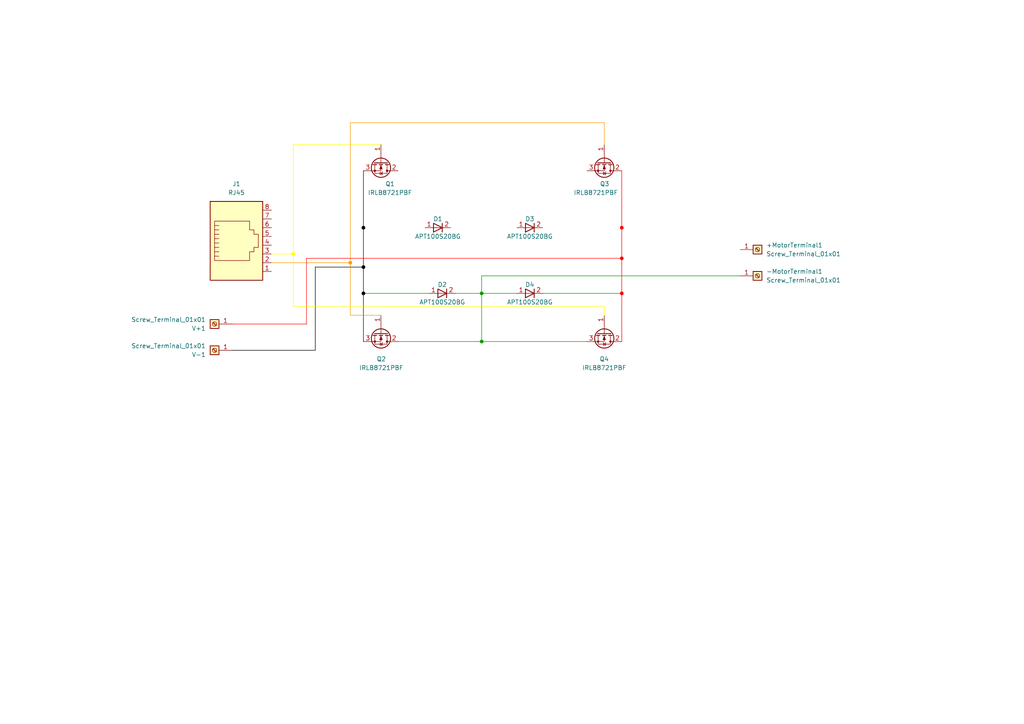
<source format=kicad_sch>
(kicad_sch (version 20211123) (generator eeschema)
  (paper "A4")
  (lib_symbols
    (symbol "Connector:RJ45" (pin_names (offset 1.016))
      (property "Reference" "J" (at -5.08 13.97 0))
      (property "Value" "RJ45" (at 2.54 13.97 0))
      (symbol "RJ45_0_1"
        (polyline (pts (xy -5.08 4.445) (xy -6.35 4.445)))
        (polyline (pts (xy -5.08 5.715) (xy -6.35 5.715)))
        (polyline (pts (xy -6.35 -3.175) (xy -5.08 -3.175) (xy -5.08 -3.175)))
        (polyline (pts (xy -6.35 -1.905) (xy -5.08 -1.905) (xy -5.08 -1.905)))
        (polyline (pts (xy -6.35 -0.635) (xy -5.08 -0.635) (xy -5.08 -0.635)))
        (polyline (pts (xy -6.35 0.635) (xy -5.08 0.635) (xy -5.08 0.635)))
        (polyline (pts (xy -6.35 1.905) (xy -5.08 1.905) (xy -5.08 1.905)))
        (polyline (pts (xy -5.08 3.175) (xy -6.35 3.175) (xy -6.35 3.175)))
        (polyline (pts (xy -6.35 -4.445) (xy -6.35 6.985) (xy 3.81 6.985) (xy 3.81 4.445) (xy 5.08 4.445) (xy 5.08 3.175) (xy 6.35 3.175) (xy 6.35 -0.635) (xy 5.08 -0.635) (xy 5.08 -1.905) (xy 3.81 -1.905) (xy 3.81 -4.445) (xy -6.35 -4.445) (xy -6.35 -4.445)))
        (rectangle (start 7.62 12.7) (end -7.62 -10.16) (stroke (width 0.254)) (fill (type background)))
      )
      (symbol "RJ45_1_1"
        (pin passive line (at 10.16 -7.62 180) (length 2.54) (name "~") (number "1"))
        (pin passive line (at 10.16 -5.08 180) (length 2.54) (name "~") (number "2"))
        (pin passive line (at 10.16 -2.54 180) (length 2.54) (name "~") (number "3"))
        (pin passive line (at 10.16 0 180) (length 2.54) (name "~") (number "4"))
        (pin passive line (at 10.16 2.54 180) (length 2.54) (name "~") (number "5"))
        (pin passive line (at 10.16 5.08 180) (length 2.54) (name "~") (number "6"))
        (pin passive line (at 10.16 7.62 180) (length 2.54) (name "~") (number "7"))
        (pin passive line (at 10.16 10.16 180) (length 2.54) (name "~") (number "8"))
      )
    )
    (symbol "Connector:Screw_Terminal_01x01" (pin_names (offset 1.016) hide)
      (property "Reference" "J" (at 0 2.54 0))
      (property "Value" "Screw_Terminal_01x01" (at 0 -2.54 0))
      (symbol "Screw_Terminal_01x01_1_1"
        (rectangle (start -1.27 1.27) (end 1.27 -1.27) (stroke (width 0.254)) (fill (type background)))
        (polyline (pts (xy -0.5334 0.3302) (xy 0.3302 -0.508)) (stroke (width 0.1524)))
        (polyline (pts (xy -0.3556 0.508) (xy 0.508 -0.3302)) (stroke (width 0.1524)))
        (circle (center 0 0) (radius 0.635) (stroke (width 0.1524)))
        (pin passive line (at -5.08 0 0) (length 3.81) (name "Pin_1") (number "1"))
      )
    )
    (symbol "Schotty-Diode-THT:APT100S20BG"
      (property "Reference" "D?" (at 0 0 0))
      (property "Value" "APT100S20BG" (at 0 -2.54 0))
      (symbol "APT100S20BG_0_1"
        (polyline (pts (xy -1.27 -6.35) (xy 1.27 -6.35)))
        (polyline (pts (xy 1.27 -7.62) (xy 1.27 -5.08)) (stroke (width 0.254)))
        (polyline (pts (xy -1.27 -7.62) (xy -1.27 -5.08) (xy 1.27 -6.35) (xy -1.27 -7.62)) (stroke (width 0.254)))
      )
      (symbol "APT100S20BG_1_1"
        (pin input line (at -3.81 -6.35 0) (length 2.54) (name "") (number "1"))
        (pin output line (at 3.81 -6.35 180) (length 2.54) (name "") (number "2"))
      )
    )
    (symbol "Transistor_FET:IRLB8721PBF" (pin_names hide)
      (property "Reference" "Q" (at 6.35 1.905 0))
      (property "Value" "IRLB8721PBF" (at 6.35 0 0))
      (symbol "IRLB8721PBF_0_1"
        (polyline (pts (xy 0.254 0) (xy -2.54 0)))
        (polyline (pts (xy 0.254 1.905) (xy 0.254 -1.905)) (stroke (width 0.254)))
        (polyline (pts (xy 0.762 -1.27) (xy 0.762 -2.286)) (stroke (width 0.254)))
        (polyline (pts (xy 0.762 0.508) (xy 0.762 -0.508)) (stroke (width 0.254)))
        (polyline (pts (xy 0.762 2.286) (xy 0.762 1.27)) (stroke (width 0.254)))
        (polyline (pts (xy 2.54 2.54) (xy 2.54 1.778)))
        (polyline (pts (xy 2.54 -2.54) (xy 2.54 0) (xy 0.762 0)))
        (polyline (pts (xy 0.762 -1.778) (xy 3.302 -1.778) (xy 3.302 1.778) (xy 0.762 1.778)))
        (polyline (pts (xy 1.016 0) (xy 2.032 0.381) (xy 2.032 -0.381) (xy 1.016 0)) (fill (type outline)))
        (polyline (pts (xy 2.794 0.508) (xy 2.921 0.381) (xy 3.683 0.381) (xy 3.81 0.254)))
        (polyline (pts (xy 3.302 0.381) (xy 2.921 -0.254) (xy 3.683 -0.254) (xy 3.302 0.381)))
        (circle (center 1.651 0) (radius 2.794) (stroke (width 0.254)))
        (circle (center 2.54 -1.778) (radius 0.254) (fill (type outline)))
        (circle (center 2.54 1.778) (radius 0.254) (fill (type outline)))
      )
      (symbol "IRLB8721PBF_1_1"
        (pin input line (at -5.08 0 0) (length 2.54) (name "G") (number "1"))
        (pin passive line (at 2.54 5.08 270) (length 2.54) (name "D") (number "2"))
        (pin passive line (at 2.54 -5.08 90) (length 2.54) (name "S") (number "3"))
      )
    )
  )
  (junction (at 85.09 73.66) (color 255 255 0 1))
  (junction (at 105.41 85.09) (color 0 0 0 1))
  (junction (at 180.34 85.09) (color 255 0 0 1))
  (junction (at 101.6 76.2) (color 255 153 0 1))
  (junction (at 139.7 99.06))
  (junction (at 139.7 85.09))
  (junction (at 139.7 49.53) (color 255 255 255 1))
  (junction (at 180.34 74.93) (color 255 0 0 1))
  (junction (at 139.7 66.04) (color 255 255 255 1))
  (junction (at 105.41 77.47) (color 0 0 0 1))
  (junction (at 105.41 66.04) (color 0 0 0 1))
  (junction (at 180.34 66.04) (color 255 0 0 1))
  (wire (pts (xy 101.6 91.44) (xy 110.49 91.44)) (stroke (width 0) (color 255 153 0 1)))
  (wire (pts (xy 214.63 80.01) (xy 139.7 80.01)))
  (wire (pts (xy 139.7 99.06) (xy 170.18 99.06)))
  (wire (pts (xy 139.7 49.53) (xy 139.7 66.04)) (stroke (width 0) (color 255 255 255 1)))
  (wire (pts (xy 180.34 66.04) (xy 180.34 74.93)) (stroke (width 0) (color 255 0 0 1)))
  (wire (pts (xy 105.41 66.04) (xy 123.19 66.04)) (stroke (width 0) (color 255 255 255 1)))
  (wire (pts (xy 157.48 66.04) (xy 180.34 66.04)) (stroke (width 0) (color 255 255 255 1)))
  (wire (pts (xy 101.6 76.2) (xy 101.6 91.44)) (stroke (width 0) (color 255 153 0 1)))
  (wire (pts (xy 132.08 85.09) (xy 139.7 85.09)))
  (wire (pts (xy 91.44 77.47) (xy 105.41 77.47)) (stroke (width 0) (color 0 0 0 1)))
  (wire (pts (xy 105.41 85.09) (xy 124.46 85.09)))
  (wire (pts (xy 214.63 72.39) (xy 139.7 72.39)) (stroke (width 0) (color 255 255 255 1)))
  (wire (pts (xy 175.26 35.56) (xy 101.6 35.56)) (stroke (width 0) (color 255 153 0 1)))
  (wire (pts (xy 78.74 73.66) (xy 85.09 73.66)) (stroke (width 0) (color 255 255 0 1)))
  (wire (pts (xy 115.57 99.06) (xy 139.7 99.06)))
  (wire (pts (xy 180.34 74.93) (xy 180.34 85.09)) (stroke (width 0) (color 255 0 0 1)))
  (wire (pts (xy 139.7 49.53) (xy 170.18 49.53)) (stroke (width 0) (color 255 255 255 1)))
  (wire (pts (xy 180.34 49.53) (xy 180.34 66.04)) (stroke (width 0) (color 255 0 0 1)))
  (wire (pts (xy 157.48 85.09) (xy 180.34 85.09)))
  (wire (pts (xy 85.09 41.91) (xy 110.49 41.91)) (stroke (width 0) (color 255 255 0 1)))
  (wire (pts (xy 175.26 88.9) (xy 85.09 88.9)) (stroke (width 0) (color 255 255 0 1)))
  (wire (pts (xy 139.7 80.01) (xy 139.7 85.09)))
  (wire (pts (xy 105.41 66.04) (xy 105.41 77.47)) (stroke (width 0) (color 0 0 0 1)))
  (wire (pts (xy 139.7 72.39) (xy 139.7 66.04)) (stroke (width 0) (color 255 255 255 1)))
  (wire (pts (xy 85.09 73.66) (xy 85.09 41.91)) (stroke (width 0) (color 255 255 0 1)))
  (wire (pts (xy 78.74 76.2) (xy 101.6 76.2)) (stroke (width 0) (color 255 153 0 1)))
  (wire (pts (xy 139.7 66.04) (xy 149.86 66.04)) (stroke (width 0) (color 255 255 255 1)))
  (wire (pts (xy 175.26 91.44) (xy 175.26 88.9)) (stroke (width 0) (color 255 255 0 1)))
  (wire (pts (xy 180.34 85.09) (xy 180.34 99.06)) (stroke (width 0) (color 255 0 0 1)))
  (wire (pts (xy 105.41 85.09) (xy 105.41 99.06)) (stroke (width 0) (color 0 0 0 1)))
  (wire (pts (xy 88.9 74.93) (xy 180.34 74.93)) (stroke (width 0) (color 255 0 0 1)))
  (wire (pts (xy 139.7 85.09) (xy 139.7 99.06)))
  (wire (pts (xy 91.44 101.6) (xy 91.44 77.47)) (stroke (width 0) (color 0 0 0 1)))
  (wire (pts (xy 105.41 77.47) (xy 105.41 85.09)) (stroke (width 0) (color 0 0 0 1)))
  (wire (pts (xy 101.6 35.56) (xy 101.6 76.2)) (stroke (width 0) (color 255 153 0 1)))
  (wire (pts (xy 130.81 66.04) (xy 139.7 66.04)) (stroke (width 0) (color 255 255 255 1)))
  (wire (pts (xy 115.57 49.53) (xy 139.7 49.53)) (stroke (width 0) (color 255 255 255 1)))
  (wire (pts (xy 139.7 85.09) (xy 149.86 85.09)))
  (wire (pts (xy 175.26 41.91) (xy 175.26 35.56)) (stroke (width 0) (color 255 153 0 1)))
  (wire (pts (xy 85.09 88.9) (xy 85.09 73.66)) (stroke (width 0) (color 255 255 0 1)))
  (wire (pts (xy 105.41 49.53) (xy 105.41 66.04)) (stroke (width 0) (color 0 0 0 1)))
  (wire (pts (xy 67.31 93.98) (xy 88.9 93.98)) (stroke (width 0) (color 255 0 0 1)))
  (wire (pts (xy 88.9 74.93) (xy 88.9 93.98)) (stroke (width 0) (color 255 0 0 1)))
  (wire (pts (xy 67.31 101.6) (xy 91.44 101.6)) (stroke (width 0) (color 0 0 0 1)))
  (symbol (lib_id "Connector:Screw_Terminal_01x01") (at 62.23 101.6 180) (unit 1)
    (property "Reference" "V-1" (at 59.69 102.8701 0) (effects (justify left)))
    (property "Value" "Screw_Terminal_01x01" (at 59.69 100.3301 0) (effects (justify left)))
    (property "Footprint" "TerminalBlock_Wuerth:Wuerth_REDCUBE-THR_WP-THRBU_74650195_THR" (effects hide))
  )
  (symbol (lib_id "Transistor_FET:IRLB8721PBF") (at 110.49 96.52 270) (unit 1)
    (property "Reference" "Q2" (at 109.22 104.14 90) (effects (justify left)))
    (property "Value" "IRLB8721PBF" (at 104.14 106.68 90) (effects (justify left)))
    (property "Footprint" "Package_TO_SOT_THT:TO-220-3_Horizontal_TabUp" (effects hide))
    (property "Datasheet" "http://www.infineon.com/dgdl/irlb8721pbf.pdf?fileId=5546d462533600a40153566056732591" (effects hide))
  )
  (symbol (lib_id "Transistor_FET:IRLB8721PBF") (at 175.26 96.52 270) (unit 1)
    (property "Reference" "Q4" (at 175.26 104.14 90))
    (property "Value" "IRLB8721PBF" (at 175.26 106.68 90))
    (property "Footprint" "Package_TO_SOT_THT:TO-220-3_Horizontal_TabUp" (effects hide))
    (property "Datasheet" "http://www.infineon.com/dgdl/irlb8721pbf.pdf?fileId=5546d462533600a40153566056732591" (effects hide))
  )
  (symbol (lib_id "Connector:Screw_Terminal_01x01") (at 62.23 93.98 180) (unit 1)
    (property "Reference" "V+1" (at 59.69 95.2501 0) (effects (justify left)))
    (property "Value" "Screw_Terminal_01x01" (at 59.69 92.7101 0) (effects (justify left)))
    (property "Footprint" "TerminalBlock_Wuerth:Wuerth_REDCUBE-THR_WP-THRBU_74650195_THR" (effects hide))
  )
  (symbol (lib_id "Connector:Screw_Terminal_01x01") (at 219.71 72.39 0) (unit 1)
    (property "Reference" "+MotorTerminal1" (at 222.25 71.1199 0) (effects (justify left)))
    (property "Value" "Screw_Terminal_01x01" (at 222.25 73.6599 0) (effects (justify left)))
    (property "Footprint" "TerminalBlock_Wuerth:Wuerth_REDCUBE-THR_WP-THRBU_74650195_THR" (effects hide))
  )
  (symbol (lib_id "Schotty-Diode-THT:APT100S20BG") (at 127 59.69 0) (unit 1)
    (property "Reference" "D1" (at 127 63.5 0))
    (property "Value" "APT100S20BG" (at 127 68.58 0))
    (property "Footprint" "Schotty-Diode-THT:APT100S20BG" (effects hide))
    (property "Datasheet" "https://www.tme.com/Document/2366666e4429ba46a4044e8ae195d734/APT100S20BG.pdf" (effects hide))
  )
  (symbol (lib_id "Transistor_FET:IRLB8721PBF") (at 175.26 46.99 270) (unit 1)
    (property "Reference" "Q3" (at 173.99 53.34 90) (effects (justify left)))
    (property "Value" "IRLB8721PBF" (at 166.37 55.88 90) (effects (justify left)))
    (property "Footprint" "Package_TO_SOT_THT:TO-220-3_Horizontal_TabUp" (effects hide))
    (property "Datasheet" "http://www.infineon.com/dgdl/irlb8721pbf.pdf?fileId=5546d462533600a40153566056732591" (effects hide))
  )
  (symbol (lib_id "Schotty-Diode-THT:APT100S20BG") (at 128.27 78.74 0) (unit 1)
    (property "Reference" "D2" (at 128.27 82.55 0))
    (property "Value" "APT100S20BG" (at 128.27 87.63 0))
    (property "Footprint" "Schotty-Diode-THT:APT100S20BG" (effects hide))
    (property "Datasheet" "https://www.tme.com/Document/2366666e4429ba46a4044e8ae195d734/APT100S20BG.pdf" (effects hide))
  )
  (symbol (lib_id "Connector:Screw_Terminal_01x01") (at 219.71 80.01 0) (unit 1)
    (property "Reference" "-MotorTerminal1" (at 222.25 78.7399 0) (effects (justify left)))
    (property "Value" "Screw_Terminal_01x01" (at 222.25 81.2799 0) (effects (justify left)))
    (property "Footprint" "TerminalBlock_Wuerth:Wuerth_REDCUBE-THR_WP-THRBU_74650195_THR" (effects hide))
  )
  (symbol (lib_id "Connector:RJ45") (at 68.58 71.12 0) (unit 1)
    (property "Reference" "J1" (at 68.58 53.34 0))
    (property "Value" "RJ45" (at 68.58 55.88 0))
    (property "Footprint" "Connector_RJ:RJ45_Amphenol_RJHSE538X" (effects hide))
  )
  (symbol (lib_id "Transistor_FET:IRLB8721PBF") (at 110.49 46.99 270) (unit 1)
    (property "Reference" "Q1" (at 111.76 53.34 90) (effects (justify left)))
    (property "Value" "IRLB8721PBF" (at 106.68 55.88 90) (effects (justify left)))
    (property "Footprint" "Package_TO_SOT_THT:TO-220-3_Horizontal_TabUp" (effects hide))
    (property "Datasheet" "http://www.infineon.com/dgdl/irlb8721pbf.pdf?fileId=5546d462533600a40153566056732591" (effects hide))
  )
  (symbol (lib_id "Schotty-Diode-THT:APT100S20BG") (at 153.67 59.69 0) (unit 1)
    (property "Reference" "D3" (at 153.67 63.5 0))
    (property "Value" "APT100S20BG" (at 153.67 68.58 0))
    (property "Footprint" "Schotty-Diode-THT:APT100S20BG" (effects hide))
    (property "Datasheet" "https://www.tme.com/Document/2366666e4429ba46a4044e8ae195d734/APT100S20BG.pdf" (effects hide))
  )
  (symbol (lib_id "Schotty-Diode-THT:APT100S20BG") (at 153.67 78.74 0) (unit 1)
    (property "Reference" "D4" (at 153.67 82.55 0))
    (property "Value" "APT100S20BG" (at 153.67 87.63 0))
    (property "Footprint" "Schotty-Diode-THT:APT100S20BG" (effects hide))
    (property "Datasheet" "https://www.tme.com/Document/2366666e4429ba46a4044e8ae195d734/APT100S20BG.pdf" (effects hide))
  )
)
</source>
